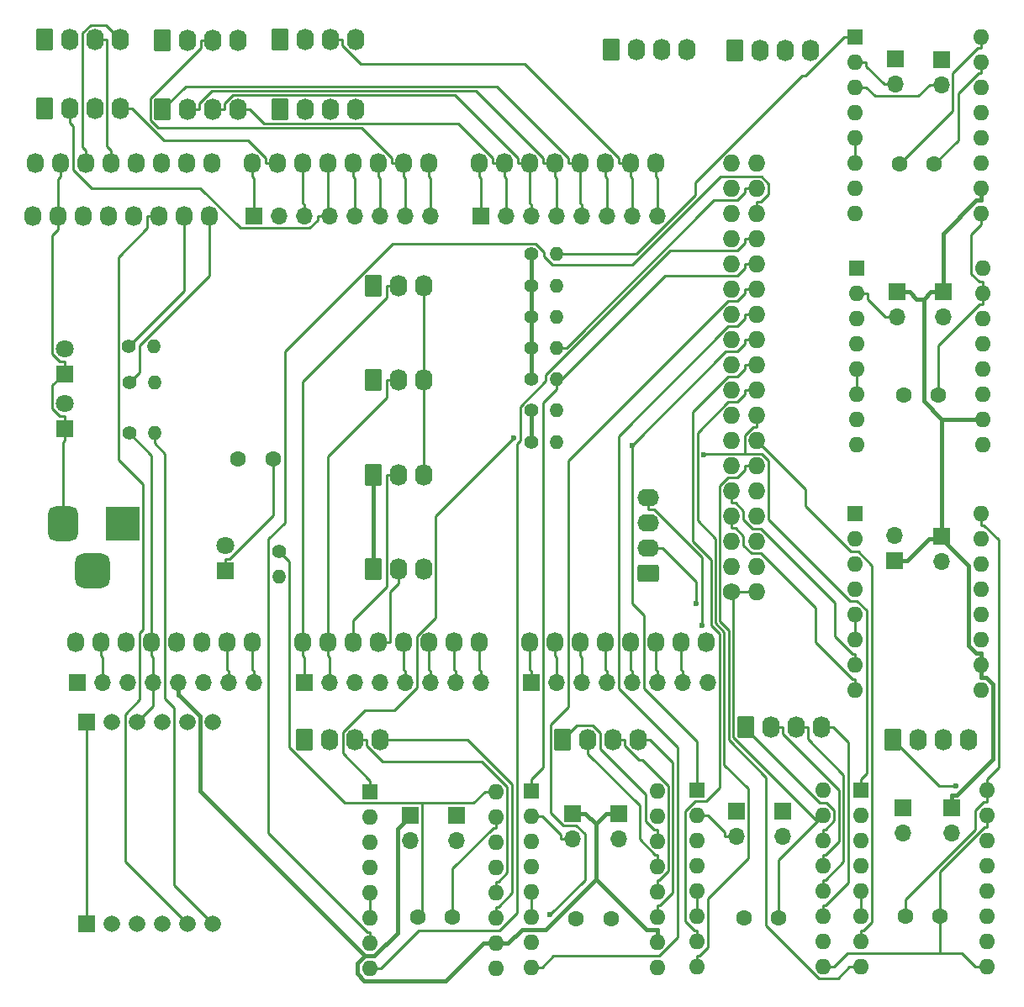
<source format=gbr>
G04 #@! TF.GenerationSoftware,KiCad,Pcbnew,7.0.9*
G04 #@! TF.CreationDate,2023-11-27T11:41:03+10:00*
G04 #@! TF.ProjectId,Front Console Output,46726f6e-7420-4436-9f6e-736f6c65204f,rev?*
G04 #@! TF.SameCoordinates,Original*
G04 #@! TF.FileFunction,Copper,L2,Bot*
G04 #@! TF.FilePolarity,Positive*
%FSLAX46Y46*%
G04 Gerber Fmt 4.6, Leading zero omitted, Abs format (unit mm)*
G04 Created by KiCad (PCBNEW 7.0.9) date 2023-11-27 11:41:03*
%MOMM*%
%LPD*%
G01*
G04 APERTURE LIST*
G04 Aperture macros list*
%AMRoundRect*
0 Rectangle with rounded corners*
0 $1 Rounding radius*
0 $2 $3 $4 $5 $6 $7 $8 $9 X,Y pos of 4 corners*
0 Add a 4 corners polygon primitive as box body*
4,1,4,$2,$3,$4,$5,$6,$7,$8,$9,$2,$3,0*
0 Add four circle primitives for the rounded corners*
1,1,$1+$1,$2,$3*
1,1,$1+$1,$4,$5*
1,1,$1+$1,$6,$7*
1,1,$1+$1,$8,$9*
0 Add four rect primitives between the rounded corners*
20,1,$1+$1,$2,$3,$4,$5,0*
20,1,$1+$1,$4,$5,$6,$7,0*
20,1,$1+$1,$6,$7,$8,$9,0*
20,1,$1+$1,$8,$9,$2,$3,0*%
G04 Aperture macros list end*
G04 #@! TA.AperFunction,ComponentPad*
%ADD10C,1.727200*%
G04 #@! TD*
G04 #@! TA.AperFunction,ComponentPad*
%ADD11O,1.727200X1.727200*%
G04 #@! TD*
G04 #@! TA.AperFunction,ComponentPad*
%ADD12O,1.727200X2.032000*%
G04 #@! TD*
G04 #@! TA.AperFunction,ComponentPad*
%ADD13R,1.800000X1.800000*%
G04 #@! TD*
G04 #@! TA.AperFunction,ComponentPad*
%ADD14C,1.800000*%
G04 #@! TD*
G04 #@! TA.AperFunction,ComponentPad*
%ADD15C,1.400000*%
G04 #@! TD*
G04 #@! TA.AperFunction,ComponentPad*
%ADD16O,1.400000X1.400000*%
G04 #@! TD*
G04 #@! TA.AperFunction,ComponentPad*
%ADD17R,1.700000X1.700000*%
G04 #@! TD*
G04 #@! TA.AperFunction,ComponentPad*
%ADD18O,1.700000X1.700000*%
G04 #@! TD*
G04 #@! TA.AperFunction,ComponentPad*
%ADD19RoundRect,0.250000X-0.620000X-0.845000X0.620000X-0.845000X0.620000X0.845000X-0.620000X0.845000X0*%
G04 #@! TD*
G04 #@! TA.AperFunction,ComponentPad*
%ADD20O,1.740000X2.190000*%
G04 #@! TD*
G04 #@! TA.AperFunction,ComponentPad*
%ADD21C,1.600000*%
G04 #@! TD*
G04 #@! TA.AperFunction,ComponentPad*
%ADD22R,1.600000X1.600000*%
G04 #@! TD*
G04 #@! TA.AperFunction,ComponentPad*
%ADD23O,1.600000X1.600000*%
G04 #@! TD*
G04 #@! TA.AperFunction,ComponentPad*
%ADD24R,3.500000X3.500000*%
G04 #@! TD*
G04 #@! TA.AperFunction,ComponentPad*
%ADD25RoundRect,0.750000X-0.750000X-1.000000X0.750000X-1.000000X0.750000X1.000000X-0.750000X1.000000X0*%
G04 #@! TD*
G04 #@! TA.AperFunction,ComponentPad*
%ADD26RoundRect,0.875000X-0.875000X-0.875000X0.875000X-0.875000X0.875000X0.875000X-0.875000X0.875000X0*%
G04 #@! TD*
G04 #@! TA.AperFunction,ComponentPad*
%ADD27R,1.665000X1.665000*%
G04 #@! TD*
G04 #@! TA.AperFunction,ComponentPad*
%ADD28C,1.665000*%
G04 #@! TD*
G04 #@! TA.AperFunction,ComponentPad*
%ADD29RoundRect,0.250000X0.845000X-0.620000X0.845000X0.620000X-0.845000X0.620000X-0.845000X-0.620000X0*%
G04 #@! TD*
G04 #@! TA.AperFunction,ComponentPad*
%ADD30O,2.190000X1.740000*%
G04 #@! TD*
G04 #@! TA.AperFunction,ViaPad*
%ADD31C,0.600000*%
G04 #@! TD*
G04 #@! TA.AperFunction,Conductor*
%ADD32C,0.250000*%
G04 #@! TD*
G04 #@! TA.AperFunction,Conductor*
%ADD33C,0.450000*%
G04 #@! TD*
G04 APERTURE END LIST*
D10*
X197358000Y-114046000D03*
D11*
X199898000Y-114046000D03*
X197358000Y-111506000D03*
X199898000Y-111506000D03*
X197358000Y-108966000D03*
X199898000Y-108966000D03*
X197358000Y-106426000D03*
X199898000Y-106426000D03*
X197358000Y-103886000D03*
X199898000Y-103886000D03*
X197358000Y-101346000D03*
X199898000Y-101346000D03*
X197358000Y-98806000D03*
X199898000Y-98806000D03*
X197358000Y-96266000D03*
X199898000Y-96266000D03*
X197358000Y-93726000D03*
X199898000Y-93726000D03*
X197358000Y-91186000D03*
X199898000Y-91186000D03*
X197358000Y-88646000D03*
X199898000Y-88646000D03*
X197358000Y-86106000D03*
X199898000Y-86106000D03*
X197358000Y-83566000D03*
X199898000Y-83566000D03*
X197358000Y-81026000D03*
X199898000Y-81026000D03*
X197358000Y-78486000D03*
X199898000Y-78486000D03*
X197358000Y-75946000D03*
X199898000Y-75946000D03*
X197358000Y-73406000D03*
X199898000Y-73406000D03*
X197358000Y-70866000D03*
X199898000Y-70866000D03*
D12*
X131318000Y-119126000D03*
X133858000Y-119126000D03*
X136398000Y-119126000D03*
X138938000Y-119126000D03*
X141478000Y-119126000D03*
X144018000Y-119126000D03*
X146558000Y-119126000D03*
X149098000Y-119126000D03*
X177038000Y-119126000D03*
X179578000Y-119126000D03*
X182118000Y-119126000D03*
X184658000Y-119126000D03*
X187198000Y-119126000D03*
X189738000Y-119126000D03*
X192278000Y-119126000D03*
X194818000Y-119126000D03*
X127254000Y-70866000D03*
X129794000Y-70866000D03*
X132334000Y-70866000D03*
X134874000Y-70866000D03*
X137414000Y-70866000D03*
X139954000Y-70866000D03*
X142494000Y-70866000D03*
X145034000Y-70866000D03*
X149098000Y-70866000D03*
X151638000Y-70866000D03*
X154178000Y-70866000D03*
X156718000Y-70866000D03*
X159258000Y-70866000D03*
X161798000Y-70866000D03*
X164338000Y-70866000D03*
X166878000Y-70866000D03*
X171958000Y-70866000D03*
X174498000Y-70866000D03*
X177038000Y-70866000D03*
X179578000Y-70866000D03*
X182118000Y-70866000D03*
X184658000Y-70866000D03*
X187198000Y-70866000D03*
X189738000Y-70866000D03*
D13*
X130175000Y-92080000D03*
D14*
X130175000Y-89540000D03*
D13*
X130175000Y-97580000D03*
D14*
X130175000Y-95040000D03*
D15*
X136660000Y-89270000D03*
D16*
X139200000Y-89270000D03*
D17*
X169650000Y-136545000D03*
D18*
X169650000Y-139085000D03*
D13*
X146350000Y-111925000D03*
D14*
X146350000Y-109385000D03*
D15*
X177165000Y-86310000D03*
D16*
X179705000Y-86310000D03*
D17*
X202510000Y-136100000D03*
D18*
X202510000Y-138640000D03*
D17*
X172085000Y-76200000D03*
D18*
X174625000Y-76200000D03*
X177165000Y-76200000D03*
X179705000Y-76200000D03*
X182245000Y-76200000D03*
X184785000Y-76200000D03*
X187325000Y-76200000D03*
X189865000Y-76200000D03*
D17*
X186010000Y-136365000D03*
D18*
X186010000Y-138905000D03*
D19*
X161290000Y-92710000D03*
D20*
X163830000Y-92710000D03*
X166370000Y-92710000D03*
D17*
X214610000Y-135780000D03*
D18*
X214610000Y-138320000D03*
D19*
X161290000Y-83185000D03*
D20*
X163830000Y-83185000D03*
X166370000Y-83185000D03*
D21*
X181700000Y-146920000D03*
X185200000Y-146920000D03*
D19*
X213580000Y-128905000D03*
D20*
X216120000Y-128905000D03*
X218660000Y-128905000D03*
X221200000Y-128905000D03*
D17*
X149225000Y-76200000D03*
D18*
X151765000Y-76200000D03*
X154305000Y-76200000D03*
X156845000Y-76200000D03*
X159385000Y-76200000D03*
X161925000Y-76200000D03*
X164465000Y-76200000D03*
X167005000Y-76200000D03*
D15*
X177165000Y-89460000D03*
D16*
X179705000Y-89460000D03*
D17*
X181360000Y-136365000D03*
D18*
X181360000Y-138905000D03*
D19*
X140020000Y-65440000D03*
D20*
X142560000Y-65440000D03*
X145100000Y-65440000D03*
X147640000Y-65440000D03*
D17*
X154305000Y-123190000D03*
D18*
X156845000Y-123190000D03*
X159385000Y-123190000D03*
X161925000Y-123190000D03*
X164465000Y-123190000D03*
X167005000Y-123190000D03*
X169545000Y-123190000D03*
X172085000Y-123190000D03*
D19*
X151880000Y-58420000D03*
D20*
X154420000Y-58420000D03*
X156960000Y-58420000D03*
X159500000Y-58420000D03*
D15*
X177165000Y-95760000D03*
D16*
X179705000Y-95760000D03*
D17*
X218530000Y-108390000D03*
D18*
X218530000Y-110930000D03*
D15*
X177165000Y-92610000D03*
D16*
X179705000Y-92610000D03*
D22*
X210340000Y-134020000D03*
D23*
X210340000Y-136560000D03*
X210340000Y-139100000D03*
X210340000Y-141640000D03*
X210340000Y-144180000D03*
X210340000Y-146720000D03*
X210340000Y-149260000D03*
X210340000Y-151800000D03*
X223040000Y-151800000D03*
X223040000Y-149260000D03*
X223040000Y-146720000D03*
X223040000Y-144180000D03*
X223040000Y-141640000D03*
X223040000Y-139100000D03*
X223040000Y-136560000D03*
X223040000Y-134020000D03*
D17*
X218670000Y-83825000D03*
D18*
X218670000Y-86365000D03*
D22*
X209920000Y-81400000D03*
D23*
X209920000Y-83940000D03*
X209920000Y-86480000D03*
X209920000Y-89020000D03*
X209920000Y-91560000D03*
X209920000Y-94100000D03*
X209920000Y-96640000D03*
X209920000Y-99180000D03*
X222620000Y-99180000D03*
X222620000Y-96640000D03*
X222620000Y-94100000D03*
X222620000Y-91560000D03*
X222620000Y-89020000D03*
X222620000Y-86480000D03*
X222620000Y-83940000D03*
X222620000Y-81400000D03*
D19*
X180340000Y-128925000D03*
D20*
X182880000Y-128925000D03*
X185420000Y-128925000D03*
X187960000Y-128925000D03*
D21*
X165750000Y-146770000D03*
X169250000Y-146770000D03*
D15*
X136690000Y-92965000D03*
D16*
X139230000Y-92965000D03*
D17*
X165000000Y-136545000D03*
D18*
X165000000Y-139085000D03*
D15*
X151750000Y-109960000D03*
D16*
X151750000Y-112500000D03*
D19*
X161290000Y-102235000D03*
D20*
X163830000Y-102235000D03*
X166370000Y-102235000D03*
D17*
X219540000Y-135780000D03*
D18*
X219540000Y-138320000D03*
D21*
X214280000Y-70930000D03*
X217780000Y-70930000D03*
D12*
X154178000Y-119126000D03*
X156718000Y-119126000D03*
X159258000Y-119126000D03*
X161798000Y-119126000D03*
X164338000Y-119126000D03*
X166878000Y-119126000D03*
X169418000Y-119126000D03*
X171958000Y-119126000D03*
D19*
X151870000Y-65440000D03*
D20*
X154410000Y-65440000D03*
X156950000Y-65440000D03*
X159490000Y-65440000D03*
D22*
X209770000Y-58120000D03*
D23*
X209770000Y-60660000D03*
X209770000Y-63200000D03*
X209770000Y-65740000D03*
X209770000Y-68280000D03*
X209770000Y-70820000D03*
X209770000Y-73360000D03*
X209770000Y-75900000D03*
X222470000Y-75900000D03*
X222470000Y-73360000D03*
X222470000Y-70820000D03*
X222470000Y-68280000D03*
X222470000Y-65740000D03*
X222470000Y-63200000D03*
X222470000Y-60660000D03*
X222470000Y-58120000D03*
D22*
X177160000Y-134040000D03*
D23*
X177160000Y-136580000D03*
X177160000Y-139120000D03*
X177160000Y-141660000D03*
X177160000Y-144200000D03*
X177160000Y-146740000D03*
X177160000Y-149280000D03*
X177160000Y-151820000D03*
X189860000Y-151820000D03*
X189860000Y-149280000D03*
X189860000Y-146740000D03*
X189860000Y-144200000D03*
X189860000Y-141660000D03*
X189860000Y-139120000D03*
X189860000Y-136580000D03*
X189860000Y-134040000D03*
D17*
X213890000Y-60370000D03*
D18*
X213890000Y-62910000D03*
D24*
X136025000Y-107184500D03*
D25*
X130025000Y-107184500D03*
D26*
X133025000Y-111884500D03*
D15*
X177165000Y-80010000D03*
D16*
X179705000Y-80010000D03*
D15*
X177165000Y-83160000D03*
D16*
X179705000Y-83160000D03*
D21*
X198570000Y-146840000D03*
X202070000Y-146840000D03*
D22*
X160920000Y-134150000D03*
D23*
X160920000Y-136690000D03*
X160920000Y-139230000D03*
X160920000Y-141770000D03*
X160920000Y-144310000D03*
X160920000Y-146850000D03*
X160920000Y-149390000D03*
X160920000Y-151930000D03*
X173620000Y-151930000D03*
X173620000Y-149390000D03*
X173620000Y-146850000D03*
X173620000Y-144310000D03*
X173620000Y-141770000D03*
X173620000Y-139230000D03*
X173620000Y-136690000D03*
X173620000Y-134150000D03*
D15*
X177165000Y-98910000D03*
D16*
X179705000Y-98910000D03*
D19*
X128190000Y-65360000D03*
D20*
X130730000Y-65360000D03*
X133270000Y-65360000D03*
X135810000Y-65360000D03*
D19*
X198755000Y-127635000D03*
D20*
X201295000Y-127635000D03*
X203835000Y-127635000D03*
X206375000Y-127635000D03*
D27*
X132380000Y-147480000D03*
D28*
X134920000Y-147480000D03*
X137460000Y-147480000D03*
X140000000Y-147480000D03*
X142540000Y-147480000D03*
X145080000Y-147480000D03*
D27*
X132380000Y-127160000D03*
D28*
X134920000Y-127160000D03*
X137460000Y-127160000D03*
X140000000Y-127160000D03*
X142540000Y-127160000D03*
X145080000Y-127160000D03*
D19*
X154305000Y-128905000D03*
D20*
X156845000Y-128905000D03*
X159385000Y-128905000D03*
X161925000Y-128905000D03*
D22*
X193860000Y-133990000D03*
D23*
X193860000Y-136530000D03*
X193860000Y-139070000D03*
X193860000Y-141610000D03*
X193860000Y-144150000D03*
X193860000Y-146690000D03*
X193860000Y-149230000D03*
X193860000Y-151770000D03*
X206560000Y-151770000D03*
X206560000Y-149230000D03*
X206560000Y-146690000D03*
X206560000Y-144150000D03*
X206560000Y-141610000D03*
X206560000Y-139070000D03*
X206560000Y-136530000D03*
X206560000Y-133990000D03*
D17*
X197860000Y-136100000D03*
D18*
X197860000Y-138640000D03*
D22*
X209760000Y-106160000D03*
D23*
X209760000Y-108700000D03*
X209760000Y-111240000D03*
X209760000Y-113780000D03*
X209760000Y-116320000D03*
X209760000Y-118860000D03*
X209760000Y-121400000D03*
X209760000Y-123940000D03*
X222460000Y-123940000D03*
X222460000Y-121400000D03*
X222460000Y-118860000D03*
X222460000Y-116320000D03*
X222460000Y-113780000D03*
X222460000Y-111240000D03*
X222460000Y-108700000D03*
X222460000Y-106160000D03*
D19*
X139990000Y-58460000D03*
D20*
X142530000Y-58460000D03*
X145070000Y-58460000D03*
X147610000Y-58460000D03*
D19*
X161290000Y-111760000D03*
D20*
X163830000Y-111760000D03*
X166370000Y-111760000D03*
D21*
X147670000Y-100640000D03*
X151170000Y-100640000D03*
D15*
X136690000Y-98045000D03*
D16*
X139230000Y-98045000D03*
D12*
X127000000Y-76200000D03*
X129540000Y-76200000D03*
X132080000Y-76200000D03*
X134620000Y-76200000D03*
X137160000Y-76200000D03*
X139700000Y-76200000D03*
X142240000Y-76200000D03*
X144780000Y-76200000D03*
D17*
X177165000Y-123190000D03*
D18*
X179705000Y-123190000D03*
X182245000Y-123190000D03*
X184785000Y-123190000D03*
X187325000Y-123190000D03*
X189865000Y-123190000D03*
X192405000Y-123190000D03*
X194945000Y-123190000D03*
D19*
X128190000Y-58420000D03*
D20*
X130730000Y-58420000D03*
X133270000Y-58420000D03*
X135810000Y-58420000D03*
D21*
X214680000Y-94220000D03*
X218180000Y-94220000D03*
D19*
X197660000Y-59510000D03*
D20*
X200200000Y-59510000D03*
X202740000Y-59510000D03*
X205280000Y-59510000D03*
D17*
X213800000Y-110870000D03*
D18*
X213800000Y-108330000D03*
D17*
X214020000Y-83825000D03*
D18*
X214020000Y-86365000D03*
D21*
X214870000Y-146720000D03*
X218370000Y-146720000D03*
D19*
X185210000Y-59410000D03*
D20*
X187750000Y-59410000D03*
X190290000Y-59410000D03*
X192830000Y-59410000D03*
D17*
X218470000Y-60380000D03*
D18*
X218470000Y-62920000D03*
D29*
X188950000Y-112140000D03*
D30*
X188950000Y-109600000D03*
X188950000Y-107060000D03*
X188950000Y-104520000D03*
D17*
X131445000Y-123190000D03*
D18*
X133985000Y-123190000D03*
X136525000Y-123190000D03*
X139065000Y-123190000D03*
X141605000Y-123190000D03*
X144145000Y-123190000D03*
X146685000Y-123190000D03*
X149225000Y-123190000D03*
D31*
X193789500Y-115242400D03*
X194414900Y-117403500D03*
X175446100Y-98516100D03*
X219935700Y-133588900D03*
X179065200Y-146540300D03*
X187345700Y-99250100D03*
X194536400Y-100211400D03*
D32*
X166370000Y-83185000D02*
X166370000Y-92710000D01*
X209052900Y-150402400D02*
X218370000Y-150402400D01*
X222470000Y-60660000D02*
X222470000Y-61785300D01*
X223040000Y-151800000D02*
X221914700Y-151800000D01*
X222240900Y-61785300D02*
X220190100Y-63836100D01*
X129715400Y-96354700D02*
X130175000Y-96354700D01*
X218370000Y-150402400D02*
X220517100Y-150402400D01*
X130175000Y-90854700D02*
X129715500Y-90854700D01*
X173338600Y-137815300D02*
X169250000Y-141903900D01*
X146685000Y-123190000D02*
X146685000Y-122014700D01*
X218180000Y-89223900D02*
X222338600Y-85065300D01*
X220190100Y-63836100D02*
X220190100Y-68519900D01*
X128944300Y-90083500D02*
X128944300Y-78137000D01*
X130025000Y-107184500D02*
X130025000Y-98955300D01*
X128949700Y-93218700D02*
X128949700Y-95589000D01*
X130175000Y-91517100D02*
X130175000Y-90854700D01*
X173620000Y-137815300D02*
X173338600Y-137815300D01*
X166370000Y-102235000D02*
X166370000Y-92710000D01*
X197519800Y-114207800D02*
X197358000Y-114046000D01*
X173620000Y-136690000D02*
X173620000Y-137815300D01*
X130175000Y-97580000D02*
X130175000Y-98805300D01*
X202070000Y-146840000D02*
X202070000Y-141020000D01*
X146809500Y-110699700D02*
X151170000Y-106339200D01*
X151170000Y-106339200D02*
X151170000Y-100640000D01*
X129540000Y-72461300D02*
X129540000Y-76200000D01*
X132380000Y-147480000D02*
X132380000Y-127160000D01*
X222338600Y-82814700D02*
X222620000Y-82814700D01*
X218370000Y-146720000D02*
X218370000Y-142170500D01*
X207685300Y-151770000D02*
X209052900Y-150402400D01*
X197519800Y-128704400D02*
X197519800Y-114207800D01*
X218180000Y-94220000D02*
X218180000Y-89223900D01*
X221494700Y-78000600D02*
X221494700Y-81970800D01*
X220190100Y-68519900D02*
X217780000Y-70930000D01*
X220517100Y-150402400D02*
X221914700Y-151800000D01*
X130175000Y-91517100D02*
X130175000Y-91993400D01*
X130175000Y-97580000D02*
X130175000Y-96354700D01*
X129715500Y-90854700D02*
X128944300Y-90083500D01*
X205952700Y-137137300D02*
X197519800Y-128704400D01*
X197358000Y-114046000D02*
X199898000Y-114046000D01*
X221494700Y-81970800D02*
X222338600Y-82814700D01*
X128949700Y-95589000D02*
X129715400Y-96354700D01*
X223040000Y-136560000D02*
X223040000Y-137685300D01*
X222470000Y-77025300D02*
X221494700Y-78000600D01*
X146350000Y-110699700D02*
X146809500Y-110699700D01*
X222855200Y-137685300D02*
X223040000Y-137685300D01*
X128944300Y-78137000D02*
X129540000Y-77541300D01*
X129794000Y-70866000D02*
X129794000Y-72207300D01*
X206560000Y-151770000D02*
X207685300Y-151770000D01*
X218370000Y-142170500D02*
X222855200Y-137685300D01*
X222338600Y-85065300D02*
X222620000Y-85065300D01*
X169250000Y-141903900D02*
X169250000Y-146770000D01*
X129540000Y-76200000D02*
X129540000Y-77541300D01*
X146350000Y-111925000D02*
X146350000Y-110699700D01*
X146685000Y-122014700D02*
X146558000Y-121887700D01*
X205952700Y-137137300D02*
X206560000Y-136530000D01*
X218370000Y-150402400D02*
X218370000Y-146720000D01*
X222470000Y-75900000D02*
X222470000Y-77025300D01*
X130025000Y-98955300D02*
X130175000Y-98805300D01*
X129794000Y-72207300D02*
X129540000Y-72461300D01*
X130175000Y-91993400D02*
X128949700Y-93218700D01*
X146558000Y-121887700D02*
X146558000Y-119126000D01*
X130175000Y-92080000D02*
X130175000Y-91993400D01*
X222470000Y-61785300D02*
X222240900Y-61785300D01*
X222620000Y-83940000D02*
X222620000Y-85065300D01*
X222620000Y-83940000D02*
X222620000Y-82814700D01*
X202070000Y-141020000D02*
X205952700Y-137137300D01*
X209760000Y-118860000D02*
X209760000Y-116320000D01*
D33*
X184734700Y-136365000D02*
X183685000Y-137414700D01*
X217394700Y-83825000D02*
X216685900Y-84533800D01*
X216685900Y-84533800D02*
X216685900Y-94795900D01*
X222460000Y-120174700D02*
X222000400Y-120174700D01*
X218530000Y-108689100D02*
X217256200Y-108689100D01*
X177165000Y-83160000D02*
X177165000Y-80010000D01*
X189860000Y-149280000D02*
X189860000Y-148054700D01*
X177165000Y-98910000D02*
X177165000Y-95760000D01*
X176225300Y-148010000D02*
X174845300Y-149390000D01*
X168584300Y-153200400D02*
X160376100Y-153200400D01*
X161388500Y-150660000D02*
X160431400Y-150660000D01*
X216004100Y-84533800D02*
X215295300Y-83825000D01*
X186010000Y-136365000D02*
X184734700Y-136365000D01*
X177165000Y-86310000D02*
X177165000Y-89460000D01*
X177165000Y-86310000D02*
X177165000Y-83160000D01*
X218530000Y-108689100D02*
X218530000Y-108390000D01*
X217256200Y-108689100D02*
X215075300Y-110870000D01*
X220045800Y-134504700D02*
X223712900Y-130837600D01*
X141605000Y-123190000D02*
X141605000Y-124465300D01*
X159647000Y-152471300D02*
X159647000Y-151444400D01*
X160431400Y-150660000D02*
X143822100Y-134050700D01*
X183685000Y-142990100D02*
X183685000Y-137414700D01*
X159647000Y-151444400D02*
X160431400Y-150660000D01*
X219540000Y-134504700D02*
X220045800Y-134504700D01*
X178665100Y-148010000D02*
X176225300Y-148010000D01*
X216685900Y-94795900D02*
X218530000Y-96640000D01*
X222967800Y-122625300D02*
X222460000Y-122625300D01*
X160376100Y-153200400D02*
X159647000Y-152471300D01*
X222470000Y-73360000D02*
X222470000Y-74585300D01*
X183685000Y-142990100D02*
X178665100Y-148010000D01*
X222470000Y-74585300D02*
X222010500Y-74585300D01*
X143822100Y-126550300D02*
X141737100Y-124465300D01*
X141737100Y-124465300D02*
X141605000Y-124465300D01*
X161290000Y-111760000D02*
X161290000Y-102235000D01*
X214020000Y-83825000D02*
X215295300Y-83825000D01*
X222460000Y-121400000D02*
X222460000Y-120174700D01*
X218530000Y-96640000D02*
X218530000Y-108390000D01*
X216685900Y-84533800D02*
X216004100Y-84533800D01*
X218670000Y-77925800D02*
X218670000Y-83825000D01*
X221234700Y-111393800D02*
X218530000Y-108689100D01*
X183685000Y-137414700D02*
X182635300Y-136365000D01*
X172394700Y-149390000D02*
X168584300Y-153200400D01*
X213800000Y-110870000D02*
X215075300Y-110870000D01*
X173620000Y-149390000D02*
X174845300Y-149390000D01*
X222000400Y-120174700D02*
X221234700Y-119409000D01*
X143822100Y-134050700D02*
X143822100Y-126550300D01*
X177165000Y-89460000D02*
X177165000Y-92610000D01*
X222010500Y-74585300D02*
X218670000Y-77925800D01*
X223712900Y-130837600D02*
X223712900Y-123370400D01*
X218670000Y-83825000D02*
X217394700Y-83825000D01*
X163694500Y-137850500D02*
X163694500Y-148354000D01*
X221234700Y-119409000D02*
X221234700Y-111393800D01*
X173620000Y-149390000D02*
X172394700Y-149390000D01*
X165000000Y-136545000D02*
X163694500Y-137850500D01*
X188749600Y-148054700D02*
X183685000Y-142990100D01*
X181360000Y-136365000D02*
X182635300Y-136365000D01*
X218530000Y-96640000D02*
X222620000Y-96640000D01*
X222460000Y-121400000D02*
X222460000Y-122625300D01*
X219540000Y-135780000D02*
X219540000Y-134504700D01*
X223712900Y-123370400D02*
X222967800Y-122625300D01*
X163694500Y-148354000D02*
X161388500Y-150660000D01*
X189860000Y-148054700D02*
X188749600Y-148054700D01*
D32*
X209770000Y-70820000D02*
X209770000Y-68280000D01*
X149098000Y-72207300D02*
X149225000Y-72334300D01*
X149225000Y-72334300D02*
X149225000Y-76200000D01*
X149098000Y-70866000D02*
X149098000Y-72207300D01*
X133985000Y-123190000D02*
X133985000Y-120594300D01*
X133985000Y-120594300D02*
X133858000Y-120467300D01*
X133858000Y-119126000D02*
X133858000Y-120467300D01*
X139065000Y-123190000D02*
X139065000Y-120594300D01*
X137460000Y-127160000D02*
X139065000Y-125555000D01*
X138938000Y-119126000D02*
X138938000Y-120467300D01*
X138938000Y-100293000D02*
X136690000Y-98045000D01*
X138938000Y-119126000D02*
X138938000Y-100293000D01*
X139065000Y-125555000D02*
X139065000Y-123190000D01*
X139065000Y-120594300D02*
X138938000Y-120467300D01*
X134874000Y-70866000D02*
X134874000Y-69524700D01*
X134465300Y-58420000D02*
X134465300Y-69116000D01*
X134465300Y-69116000D02*
X134874000Y-69524700D01*
X133270000Y-58420000D02*
X134465300Y-58420000D01*
X132792400Y-56929600D02*
X132000000Y-57722000D01*
X132334000Y-70866000D02*
X132334000Y-69524700D01*
X134319600Y-56929600D02*
X132792400Y-56929600D01*
X132000000Y-69190700D02*
X132334000Y-69524700D01*
X132000000Y-57722000D02*
X132000000Y-69190700D01*
X135810000Y-58420000D02*
X134319600Y-56929600D01*
X159385000Y-72334300D02*
X159258000Y-72207300D01*
X159258000Y-70866000D02*
X159258000Y-72207300D01*
X159385000Y-76200000D02*
X159385000Y-72334300D01*
X156718000Y-75739400D02*
X156718000Y-70866000D01*
X147869100Y-77375300D02*
X154861800Y-77375300D01*
X156845000Y-76200000D02*
X156257400Y-76200000D01*
X156257400Y-76200000D02*
X155669700Y-76200000D01*
X130730000Y-66780300D02*
X131064000Y-67114300D01*
X156257400Y-76200000D02*
X156718000Y-75739400D01*
X155669700Y-76567400D02*
X155669700Y-76200000D01*
X130730000Y-65360000D02*
X130730000Y-66780300D01*
X143867500Y-73373700D02*
X147869100Y-77375300D01*
X132938800Y-73373700D02*
X143867500Y-73373700D01*
X131064000Y-67114300D02*
X131064000Y-71498900D01*
X154861800Y-77375300D02*
X155669700Y-76567400D01*
X131064000Y-71498900D02*
X132938800Y-73373700D01*
X154178000Y-74897700D02*
X154178000Y-70866000D01*
X154305000Y-75024700D02*
X154178000Y-74897700D01*
X154305000Y-76200000D02*
X154305000Y-75024700D01*
X150449100Y-70345900D02*
X150449100Y-70866000D01*
X137005300Y-65360000D02*
X140227400Y-68582100D01*
X151638000Y-70866000D02*
X150449100Y-70866000D01*
X135810000Y-65360000D02*
X137005300Y-65360000D01*
X140227400Y-68582100D02*
X148685300Y-68582100D01*
X148685300Y-68582100D02*
X150449100Y-70345900D01*
X162634700Y-84380300D02*
X154178000Y-92837000D01*
X162634700Y-83185000D02*
X162634700Y-84380300D01*
X154178000Y-120467300D02*
X154305000Y-120594300D01*
X154178000Y-92837000D02*
X154178000Y-119126000D01*
X154305000Y-120594300D02*
X154305000Y-123190000D01*
X163830000Y-83185000D02*
X162634700Y-83185000D01*
X154178000Y-119126000D02*
X154178000Y-120467300D01*
X166878000Y-70866000D02*
X166878000Y-72207300D01*
X167005000Y-72334300D02*
X167005000Y-76200000D01*
X166878000Y-72207300D02*
X167005000Y-72334300D01*
X161798000Y-70866000D02*
X161798000Y-72207300D01*
X161798000Y-72207300D02*
X161925000Y-72334300D01*
X161925000Y-72334300D02*
X161925000Y-76200000D01*
X179578000Y-72207300D02*
X179705000Y-72334300D01*
X179578000Y-70866000D02*
X178389100Y-70866000D01*
X143755300Y-65440000D02*
X143755300Y-64842300D01*
X179578000Y-70866000D02*
X179578000Y-72207300D01*
X142560000Y-65440000D02*
X143755300Y-65440000D01*
X145037900Y-63559700D02*
X171602900Y-63559700D01*
X171602900Y-63559700D02*
X178389100Y-70345900D01*
X143755300Y-64842300D02*
X145037900Y-63559700D01*
X178389100Y-70345900D02*
X178389100Y-70866000D01*
X179705000Y-72334300D02*
X179705000Y-76200000D01*
X174625000Y-76200000D02*
X174625000Y-72334300D01*
X174625000Y-72334300D02*
X174498000Y-72207300D01*
X174498000Y-70866000D02*
X173309100Y-70866000D01*
X150256600Y-66861300D02*
X169824500Y-66861300D01*
X148835300Y-65440000D02*
X150256600Y-66861300D01*
X173309100Y-70345900D02*
X173309100Y-70866000D01*
X174498000Y-70866000D02*
X174498000Y-72207300D01*
X169824500Y-66861300D02*
X173309100Y-70345900D01*
X147640000Y-65440000D02*
X148835300Y-65440000D01*
X189738000Y-70866000D02*
X189738000Y-72207300D01*
X189865000Y-72334300D02*
X189865000Y-76200000D01*
X189738000Y-72207300D02*
X189865000Y-72334300D01*
X159969000Y-60831300D02*
X176494500Y-60831300D01*
X187325000Y-72334300D02*
X187325000Y-76200000D01*
X158155300Y-59017600D02*
X159969000Y-60831300D01*
X186009100Y-70345900D02*
X186009100Y-70866000D01*
X158155300Y-58420000D02*
X158155300Y-59017600D01*
X187198000Y-72207300D02*
X187325000Y-72334300D01*
X176494500Y-60831300D02*
X186009100Y-70345900D01*
X187198000Y-70866000D02*
X186009100Y-70866000D01*
X187198000Y-70866000D02*
X187198000Y-72207300D01*
X156960000Y-58420000D02*
X158155300Y-58420000D01*
X184658000Y-72207300D02*
X184785000Y-72334300D01*
X184658000Y-70866000D02*
X184658000Y-72207300D01*
X184785000Y-72334300D02*
X184785000Y-76200000D01*
X156845000Y-123190000D02*
X156845000Y-120594300D01*
X156718000Y-100349000D02*
X162634700Y-94432300D01*
X156718000Y-119126000D02*
X156718000Y-100349000D01*
X162634700Y-94432300D02*
X162634700Y-92710000D01*
X163830000Y-92710000D02*
X162634700Y-92710000D01*
X156845000Y-120594300D02*
X156718000Y-120467300D01*
X156718000Y-119126000D02*
X156718000Y-120467300D01*
X162634700Y-113527600D02*
X159258000Y-116904300D01*
X162634700Y-102235000D02*
X162634700Y-113527600D01*
X163830000Y-102235000D02*
X162634700Y-102235000D01*
X159258000Y-116904300D02*
X159258000Y-119126000D01*
X163830000Y-113180300D02*
X162986900Y-114023400D01*
X163830000Y-111760000D02*
X163830000Y-113180300D01*
X162986900Y-114023400D02*
X162986900Y-119126000D01*
X161798000Y-119126000D02*
X162986900Y-119126000D01*
X145080000Y-147480000D02*
X141193100Y-143593100D01*
X141193100Y-125702600D02*
X140255300Y-124764800D01*
X140255300Y-124764800D02*
X140255300Y-100095600D01*
X141193100Y-143593100D02*
X141193100Y-125702600D01*
X140255300Y-100095600D02*
X139230000Y-99070300D01*
X139230000Y-98045000D02*
X139230000Y-99070300D01*
X224263300Y-131671400D02*
X223040000Y-132894700D01*
X222460000Y-106160000D02*
X222460000Y-107285300D01*
X224263300Y-108807300D02*
X224263300Y-131671400D01*
X222470000Y-58120000D02*
X222470000Y-59245300D01*
X223040000Y-134020000D02*
X223040000Y-132894700D01*
X152776800Y-110986800D02*
X152776800Y-129673600D01*
X221914700Y-137980900D02*
X221914700Y-135989200D01*
X222741300Y-107285300D02*
X224263300Y-108807300D01*
X166206700Y-135275400D02*
X171369300Y-135275400D01*
X173620000Y-134150000D02*
X172494700Y-134150000D01*
X222188700Y-59245300D02*
X222470000Y-59245300D01*
X214870000Y-146720000D02*
X214870000Y-145025600D01*
X219645400Y-65564600D02*
X219645400Y-61788600D01*
X219645400Y-61788600D02*
X222188700Y-59245300D01*
X151750000Y-109960000D02*
X152776800Y-110986800D01*
X222460000Y-107285300D02*
X222741300Y-107285300D01*
X214870000Y-145025600D02*
X221914700Y-137980900D01*
X158378600Y-135275400D02*
X166206700Y-135275400D01*
X214280000Y-70930000D02*
X219645400Y-65564600D01*
X223040000Y-134020000D02*
X223040000Y-135145300D01*
X152776800Y-129673600D02*
X158378600Y-135275400D01*
X166206700Y-146313300D02*
X165750000Y-146770000D01*
X166206700Y-135275400D02*
X166206700Y-146313300D01*
X222758600Y-135145300D02*
X223040000Y-135145300D01*
X221914700Y-135989200D02*
X222758600Y-135145300D01*
X171369300Y-135275400D02*
X172494700Y-134150000D01*
X188950000Y-109600000D02*
X190370300Y-109600000D01*
X193789500Y-113019200D02*
X193789500Y-115242400D01*
X190370300Y-109600000D02*
X193789500Y-113019200D01*
X189547600Y-105715300D02*
X194414900Y-110582600D01*
X188950000Y-105715300D02*
X189547600Y-105715300D01*
X188950000Y-104520000D02*
X188950000Y-105715300D01*
X194414900Y-110582600D02*
X194414900Y-117403500D01*
X142240000Y-76200000D02*
X142240000Y-83690000D01*
X142240000Y-83690000D02*
X136660000Y-89270000D01*
X137770700Y-91884300D02*
X137770700Y-89216200D01*
X137770700Y-89216200D02*
X144780000Y-82206900D01*
X144780000Y-82206900D02*
X144780000Y-76200000D01*
X136690000Y-92965000D02*
X137770700Y-91884300D01*
X164465000Y-122014700D02*
X164338000Y-121887700D01*
X164338000Y-121887700D02*
X164338000Y-119126000D01*
X164465000Y-123190000D02*
X164465000Y-122014700D01*
X166878000Y-121887700D02*
X166878000Y-119126000D01*
X167005000Y-122014700D02*
X166878000Y-121887700D01*
X167005000Y-123190000D02*
X167005000Y-122014700D01*
X138511100Y-77388900D02*
X138511100Y-76200000D01*
X135583800Y-100691900D02*
X135583800Y-80316200D01*
X138100400Y-103208500D02*
X135583800Y-100691900D01*
X136258500Y-126347400D02*
X137748900Y-124857000D01*
X135583800Y-80316200D02*
X138511100Y-77388900D01*
X139700000Y-76200000D02*
X138511100Y-76200000D01*
X137748900Y-118136100D02*
X138100400Y-117784600D01*
X137748900Y-124857000D02*
X137748900Y-118136100D01*
X138100400Y-117784600D02*
X138100400Y-103208500D01*
X136258500Y-141198500D02*
X136258500Y-126347400D01*
X142540000Y-147480000D02*
X136258500Y-141198500D01*
X169545000Y-123190000D02*
X169545000Y-122014700D01*
X169418000Y-121887700D02*
X169418000Y-119126000D01*
X169545000Y-122014700D02*
X169418000Y-121887700D01*
X171958000Y-70866000D02*
X171958000Y-72207300D01*
X171958000Y-72207300D02*
X172085000Y-72334300D01*
X172085000Y-72334300D02*
X172085000Y-76200000D01*
X171958000Y-121887700D02*
X171958000Y-119126000D01*
X172085000Y-123190000D02*
X172085000Y-122014700D01*
X172085000Y-122014700D02*
X171958000Y-121887700D01*
X145070000Y-58460000D02*
X143874700Y-58460000D01*
X164338000Y-70866000D02*
X164338000Y-72207300D01*
X139593900Y-67311700D02*
X160114900Y-67311700D01*
X160114900Y-67311700D02*
X163149100Y-70345900D01*
X143874700Y-58460000D02*
X143874700Y-59200500D01*
X163149100Y-70345900D02*
X163149100Y-70866000D01*
X138793400Y-64281800D02*
X138793400Y-66511200D01*
X164465000Y-76200000D02*
X164465000Y-72334300D01*
X138793400Y-66511200D02*
X139593900Y-67311700D01*
X164465000Y-72334300D02*
X164338000Y-72207300D01*
X143874700Y-59200500D02*
X138793400Y-64281800D01*
X164338000Y-70866000D02*
X163149100Y-70866000D01*
X177165000Y-123190000D02*
X177165000Y-122014700D01*
X177038000Y-121887700D02*
X177038000Y-119126000D01*
X177165000Y-122014700D02*
X177038000Y-121887700D01*
X182245000Y-75024700D02*
X182118000Y-74897700D01*
X180929100Y-70345900D02*
X180929100Y-70866000D01*
X142350700Y-63109300D02*
X173692500Y-63109300D01*
X182245000Y-76200000D02*
X182245000Y-75024700D01*
X140020000Y-65440000D02*
X142350700Y-63109300D01*
X182118000Y-70866000D02*
X180929100Y-70866000D01*
X173692500Y-63109300D02*
X180929100Y-70345900D01*
X182118000Y-74897700D02*
X182118000Y-70866000D01*
X179578000Y-119126000D02*
X179578000Y-120467300D01*
X179705000Y-120594300D02*
X179578000Y-120467300D01*
X179705000Y-123190000D02*
X179705000Y-120594300D01*
X146295300Y-65440000D02*
X146295300Y-64842400D01*
X177038000Y-74897700D02*
X177038000Y-70866000D01*
X175849100Y-70345900D02*
X175849100Y-70866000D01*
X177165000Y-75024700D02*
X177038000Y-74897700D01*
X169513300Y-64010100D02*
X175849100Y-70345900D01*
X146295300Y-64842400D02*
X147127600Y-64010100D01*
X145100000Y-65440000D02*
X146295300Y-65440000D01*
X177038000Y-70866000D02*
X175849100Y-70866000D01*
X177165000Y-76200000D02*
X177165000Y-75024700D01*
X147127600Y-64010100D02*
X169513300Y-64010100D01*
X182245000Y-123190000D02*
X182245000Y-122014700D01*
X182118000Y-119126000D02*
X182118000Y-120467300D01*
X182245000Y-122014700D02*
X182245000Y-120594300D01*
X182245000Y-120594300D02*
X182118000Y-120467300D01*
X209533400Y-120274700D02*
X207731600Y-118472900D01*
X209760000Y-120274700D02*
X209533400Y-120274700D01*
X207731600Y-115109000D02*
X200285900Y-107663300D01*
X197358000Y-103886000D02*
X197358000Y-105074900D01*
X197729600Y-105074900D02*
X197358000Y-105074900D01*
X198546900Y-105892200D02*
X197729600Y-105074900D01*
X198546900Y-106761700D02*
X198546900Y-105892200D01*
X209760000Y-121400000D02*
X209760000Y-120274700D01*
X199448500Y-107663300D02*
X198546900Y-106761700D01*
X207731600Y-118472900D02*
X207731600Y-115109000D01*
X200285900Y-107663300D02*
X199448500Y-107663300D01*
X197729600Y-107614900D02*
X197358000Y-107614900D01*
X197358000Y-106426000D02*
X197358000Y-107614900D01*
X205790300Y-119057200D02*
X205790300Y-115657100D01*
X209760000Y-123940000D02*
X209760000Y-122814700D01*
X209760000Y-122814700D02*
X209547800Y-122814700D01*
X200288200Y-110155000D02*
X199383700Y-110155000D01*
X198546900Y-108432200D02*
X197729600Y-107614900D01*
X205790300Y-115657100D02*
X200288200Y-110155000D01*
X198546900Y-109318200D02*
X198546900Y-108432200D01*
X199383700Y-110155000D02*
X198546900Y-109318200D01*
X209547800Y-122814700D02*
X205790300Y-119057200D01*
X184785000Y-123190000D02*
X184785000Y-122014700D01*
X184658000Y-121887700D02*
X184658000Y-119126000D01*
X184785000Y-122014700D02*
X184658000Y-121887700D01*
X187198000Y-121887700D02*
X187198000Y-119126000D01*
X187325000Y-122014700D02*
X187198000Y-121887700D01*
X187325000Y-123190000D02*
X187325000Y-122014700D01*
X189865000Y-122014700D02*
X189738000Y-121887700D01*
X189865000Y-123190000D02*
X189865000Y-122014700D01*
X189738000Y-121887700D02*
X189738000Y-119126000D01*
X210895300Y-60660000D02*
X210895300Y-61090600D01*
X210895300Y-61090600D02*
X212714700Y-62910000D01*
X213890000Y-62910000D02*
X212714700Y-62910000D01*
X209770000Y-60660000D02*
X210895300Y-60660000D01*
X187763100Y-80010000D02*
X179705000Y-80010000D01*
X208644700Y-58120000D02*
X204763800Y-62000900D01*
X209770000Y-58120000D02*
X208644700Y-58120000D01*
X193717000Y-72776000D02*
X193717000Y-74056100D01*
X204763800Y-62000900D02*
X204492100Y-62000900D01*
X193717000Y-74056100D02*
X187763100Y-80010000D01*
X204492100Y-62000900D02*
X193717000Y-72776000D01*
X216126000Y-64088700D02*
X217294700Y-62920000D01*
X210895300Y-63200000D02*
X211784000Y-64088700D01*
X211784000Y-64088700D02*
X216126000Y-64088700D01*
X209770000Y-63200000D02*
X210895300Y-63200000D01*
X218470000Y-62920000D02*
X217294700Y-62920000D01*
X214020000Y-86365000D02*
X212844700Y-86365000D01*
X209920000Y-83940000D02*
X211045300Y-83940000D01*
X211045300Y-83940000D02*
X211045300Y-84565600D01*
X211045300Y-84565600D02*
X212844700Y-86365000D01*
X209920000Y-94100000D02*
X209920000Y-91560000D01*
X158186900Y-130291600D02*
X158186900Y-128148800D01*
X195595400Y-74594900D02*
X197891800Y-74594900D01*
X165688900Y-123630300D02*
X165688900Y-118477300D01*
X179705000Y-89460000D02*
X180730300Y-89460000D01*
X163398300Y-125920900D02*
X165688900Y-123630300D01*
X165688900Y-118477300D02*
X167565400Y-116600800D01*
X160920000Y-133024700D02*
X158186900Y-130291600D01*
X160920000Y-134150000D02*
X160920000Y-133024700D01*
X197891800Y-74594900D02*
X198709100Y-73777600D01*
X167565400Y-116600800D02*
X167565400Y-106396800D01*
X180730300Y-89460000D02*
X195595400Y-74594900D01*
X167565400Y-106396800D02*
X175446100Y-98516100D01*
X198709100Y-73777600D02*
X198709100Y-73406000D01*
X158186900Y-128148800D02*
X160414800Y-125920900D01*
X160414800Y-125920900D02*
X163398300Y-125920900D01*
X199898000Y-73406000D02*
X198709100Y-73406000D01*
X160920000Y-146850000D02*
X160920000Y-144310000D01*
X163216800Y-78952900D02*
X177606200Y-78952900D01*
X160638700Y-148264700D02*
X150724600Y-138350600D01*
X150724600Y-138350600D02*
X150724600Y-108694900D01*
X187343700Y-81078800D02*
X196231400Y-72191100D01*
X160920000Y-149390000D02*
X160920000Y-148264700D01*
X201088800Y-72912200D02*
X201088800Y-73935800D01*
X200367700Y-72191100D02*
X201088800Y-72912200D01*
X152345900Y-107073600D02*
X152345900Y-89823800D01*
X200267500Y-74757100D02*
X199898000Y-74757100D01*
X179320700Y-81078800D02*
X187343700Y-81078800D01*
X199898000Y-75946000D02*
X199898000Y-74757100D01*
X152345900Y-89823800D02*
X163216800Y-78952900D01*
X201088800Y-73935800D02*
X200267500Y-74757100D01*
X196231400Y-72191100D02*
X200367700Y-72191100D01*
X177606200Y-78952900D02*
X178435000Y-79781700D01*
X160920000Y-148264700D02*
X160638700Y-148264700D01*
X178435000Y-80193100D02*
X179320700Y-81078800D01*
X150724600Y-108694900D02*
X152345900Y-107073600D01*
X178435000Y-79781700D02*
X178435000Y-80193100D01*
X165855300Y-148120000D02*
X173953300Y-148120000D01*
X178660100Y-92796400D02*
X178660100Y-92179800D01*
X175726700Y-146346600D02*
X175726700Y-99119900D01*
X175726700Y-99119900D02*
X176071400Y-98775200D01*
X191165000Y-79674900D02*
X197891800Y-79674900D01*
X199898000Y-78486000D02*
X198709100Y-78486000D01*
X160920000Y-151930000D02*
X162045300Y-151930000D01*
X178660100Y-92179800D02*
X191165000Y-79674900D01*
X176071400Y-95385100D02*
X178660100Y-92796400D01*
X176071400Y-98775200D02*
X176071400Y-95385100D01*
X197891800Y-79674900D02*
X198709100Y-78857600D01*
X198709100Y-78857600D02*
X198709100Y-78486000D01*
X173953300Y-148120000D02*
X175726700Y-146346600D01*
X162045300Y-151930000D02*
X165855300Y-148120000D01*
X170723300Y-128905000D02*
X163120300Y-128905000D01*
X173620000Y-146850000D02*
X173620000Y-145724700D01*
X173620000Y-145724700D02*
X173901400Y-145724700D01*
X161925000Y-128905000D02*
X163120300Y-128905000D01*
X173901400Y-145724700D02*
X175257800Y-144368300D01*
X175257800Y-144368300D02*
X175257800Y-133439500D01*
X175257800Y-133439500D02*
X170723300Y-128905000D01*
X173620000Y-144310000D02*
X173620000Y-143184700D01*
X174750800Y-142335200D02*
X174750800Y-133677600D01*
X173620000Y-143184700D02*
X173901300Y-143184700D01*
X162214300Y-131136600D02*
X160580300Y-129502600D01*
X160580300Y-129502600D02*
X160580300Y-128905000D01*
X174750800Y-133677600D02*
X172209800Y-131136600D01*
X173901300Y-143184700D02*
X174750800Y-142335200D01*
X172209800Y-131136600D02*
X162214300Y-131136600D01*
X159385000Y-128905000D02*
X160580300Y-128905000D01*
X189860000Y-139120000D02*
X189860000Y-137994700D01*
X181766400Y-127498600D02*
X180340000Y-128925000D01*
X184150000Y-128269100D02*
X183379500Y-127498600D01*
X188734700Y-137150800D02*
X188734700Y-134404900D01*
X189860000Y-137994700D02*
X189578600Y-137994700D01*
X189578600Y-137994700D02*
X188734700Y-137150800D01*
X183379500Y-127498600D02*
X181766400Y-127498600D01*
X184150000Y-129820200D02*
X184150000Y-128269100D01*
X188734700Y-134404900D02*
X184150000Y-129820200D01*
X189860000Y-141660000D02*
X189860000Y-140534700D01*
X189672100Y-140534700D02*
X188085900Y-138948500D01*
X189860000Y-140534700D02*
X189672100Y-140534700D01*
X182880000Y-128925000D02*
X182880000Y-130345300D01*
X188085900Y-135551200D02*
X182880000Y-130345300D01*
X188085900Y-138948500D02*
X188085900Y-135551200D01*
X189860000Y-143074700D02*
X190075500Y-143074700D01*
X189860000Y-144200000D02*
X189860000Y-143074700D01*
X185420000Y-128925000D02*
X186615300Y-128925000D01*
X191001700Y-133551600D02*
X188396900Y-130946800D01*
X190075500Y-143074700D02*
X191001700Y-142148500D01*
X191001700Y-142148500D02*
X191001700Y-133551600D01*
X188396900Y-130946800D02*
X188038700Y-130946800D01*
X186615300Y-129523400D02*
X186615300Y-128925000D01*
X188038700Y-130946800D02*
X186615300Y-129523400D01*
X190141300Y-145614700D02*
X191452000Y-144304000D01*
X191452000Y-131221700D02*
X189155300Y-128925000D01*
X191452000Y-144304000D02*
X191452000Y-131221700D01*
X187960000Y-128925000D02*
X189155300Y-128925000D01*
X189860000Y-145614700D02*
X190141300Y-145614700D01*
X189860000Y-146740000D02*
X189860000Y-145614700D01*
X207706600Y-136049200D02*
X206917400Y-135260000D01*
X207706600Y-137079400D02*
X207706600Y-136049200D01*
X206560000Y-139070000D02*
X206560000Y-137944700D01*
X206227500Y-135260000D02*
X198755000Y-127787500D01*
X206560000Y-137944700D02*
X206841300Y-137944700D01*
X206917400Y-135260000D02*
X206227500Y-135260000D01*
X206841300Y-137944700D02*
X207706600Y-137079400D01*
X198755000Y-127787500D02*
X198755000Y-127635000D01*
X206560000Y-141610000D02*
X206560000Y-140484700D01*
X206560000Y-140484700D02*
X206841300Y-140484700D01*
X208176300Y-133975700D02*
X202490300Y-128289700D01*
X208176300Y-139149700D02*
X208176300Y-133975700D01*
X201295000Y-127635000D02*
X202490300Y-127635000D01*
X202490300Y-128289700D02*
X202490300Y-127635000D01*
X206841300Y-140484700D02*
X208176300Y-139149700D01*
X208638800Y-132438800D02*
X205030300Y-128830300D01*
X205030300Y-128830300D02*
X205030300Y-127635000D01*
X208638800Y-141227200D02*
X208638800Y-132438800D01*
X206560000Y-143024700D02*
X206841300Y-143024700D01*
X206841300Y-143024700D02*
X208638800Y-141227200D01*
X206560000Y-144150000D02*
X206560000Y-143024700D01*
X203835000Y-127635000D02*
X205030300Y-127635000D01*
X206841300Y-145564700D02*
X209089200Y-143316800D01*
X206560000Y-146690000D02*
X206560000Y-145564700D01*
X209089200Y-129153900D02*
X207570300Y-127635000D01*
X206560000Y-145564700D02*
X206841300Y-145564700D01*
X206375000Y-127635000D02*
X207570300Y-127635000D01*
X209089200Y-143316800D02*
X209089200Y-129153900D01*
X219935700Y-133588900D02*
X218263900Y-133588900D01*
X218263900Y-133588900D02*
X213580000Y-128905000D01*
X177160000Y-136580000D02*
X178285300Y-136580000D01*
X181360000Y-138905000D02*
X180184700Y-138905000D01*
X180184700Y-138905000D02*
X180184700Y-138479400D01*
X180184700Y-138479400D02*
X178285300Y-136580000D01*
X179705000Y-93122600D02*
X179705000Y-93635300D01*
X179705000Y-93122600D02*
X190612700Y-82214900D01*
X178340300Y-131734400D02*
X178340300Y-95000000D01*
X178340300Y-95000000D02*
X179705000Y-93635300D01*
X199898000Y-81026000D02*
X198709100Y-81026000D01*
X177160000Y-134040000D02*
X177160000Y-132914700D01*
X197891800Y-82214900D02*
X198709100Y-81397600D01*
X198709100Y-81397600D02*
X198709100Y-81026000D01*
X177160000Y-132914700D02*
X178340300Y-131734400D01*
X179705000Y-92610000D02*
X179705000Y-93122600D01*
X190612700Y-82214900D02*
X197891800Y-82214900D01*
X177160000Y-146740000D02*
X177160000Y-144200000D01*
X179101700Y-127434900D02*
X180928900Y-125607700D01*
X199898000Y-83566000D02*
X198709100Y-83566000D01*
X180928900Y-125607700D02*
X180928900Y-100839600D01*
X180374600Y-137548900D02*
X179101700Y-136276000D01*
X197013600Y-84754900D02*
X197891800Y-84754900D01*
X180928900Y-100839600D02*
X197013600Y-84754900D01*
X182578400Y-138422800D02*
X181704500Y-137548900D01*
X179101700Y-136276000D02*
X179101700Y-127434900D01*
X181704500Y-137548900D02*
X180374600Y-137548900D01*
X179065200Y-146540300D02*
X182578400Y-143027100D01*
X182578400Y-143027100D02*
X182578400Y-138422800D01*
X197891800Y-84754900D02*
X198709100Y-83937600D01*
X198709100Y-83937600D02*
X198709100Y-83566000D01*
X190077000Y-150694700D02*
X191937300Y-148834400D01*
X191937300Y-129702500D02*
X186009000Y-123774200D01*
X186009000Y-123774200D02*
X186009000Y-98313400D01*
X197027500Y-87294900D02*
X197891800Y-87294900D01*
X177160000Y-151820000D02*
X178285300Y-151820000D01*
X199898000Y-86106000D02*
X198709100Y-86106000D01*
X186009000Y-98313400D02*
X197027500Y-87294900D01*
X179410600Y-150694700D02*
X190077000Y-150694700D01*
X178285300Y-151820000D02*
X179410600Y-150694700D01*
X197891800Y-87294900D02*
X198709100Y-86477600D01*
X198709100Y-86477600D02*
X198709100Y-86106000D01*
X191937300Y-148834400D02*
X191937300Y-129702500D01*
X194985300Y-136530000D02*
X196684700Y-138229400D01*
X196684700Y-138229400D02*
X196684700Y-138640000D01*
X193860000Y-136530000D02*
X194985300Y-136530000D01*
X197860000Y-138640000D02*
X196684700Y-138640000D01*
X188549000Y-116381500D02*
X188549000Y-123745300D01*
X196760900Y-89834900D02*
X197891800Y-89834900D01*
X198709100Y-89017600D02*
X198709100Y-88646000D01*
X187345700Y-99250100D02*
X196760900Y-89834900D01*
X187345700Y-99250100D02*
X187345700Y-115178200D01*
X187345700Y-115178200D02*
X188549000Y-116381500D01*
X188549000Y-123745300D02*
X193860000Y-129056300D01*
X193860000Y-129056300D02*
X193860000Y-132864700D01*
X197891800Y-89834900D02*
X198709100Y-89017600D01*
X199898000Y-88646000D02*
X198709100Y-88646000D01*
X193860000Y-133990000D02*
X193860000Y-132864700D01*
X193860000Y-146690000D02*
X193860000Y-144150000D01*
X199898000Y-91186000D02*
X198709100Y-91186000D01*
X192710400Y-136083400D02*
X193678200Y-135115600D01*
X193578700Y-148104700D02*
X192710400Y-147236400D01*
X193860000Y-149230000D02*
X193860000Y-148104700D01*
X192710400Y-147236400D02*
X192710400Y-136083400D01*
X193678200Y-135115600D02*
X194822000Y-135115600D01*
X193433400Y-108964200D02*
X193433400Y-95936600D01*
X196168900Y-133768700D02*
X196168900Y-118273000D01*
X193860000Y-148104700D02*
X193578700Y-148104700D01*
X197891800Y-92374900D02*
X198709100Y-91557600D01*
X196168900Y-118273000D02*
X195268200Y-117372300D01*
X195268200Y-110799000D02*
X193433400Y-108964200D01*
X194822000Y-135115600D02*
X196168900Y-133768700D01*
X193433400Y-95936600D02*
X196995100Y-92374900D01*
X195268200Y-117372300D02*
X195268200Y-110799000D01*
X198709100Y-91557600D02*
X198709100Y-91186000D01*
X196995100Y-92374900D02*
X197891800Y-92374900D01*
X193911000Y-98027800D02*
X197023900Y-94914900D01*
X193911000Y-106836800D02*
X193911000Y-98027800D01*
X194985300Y-149800800D02*
X194985300Y-144922900D01*
X198709100Y-94097600D02*
X198709100Y-93726000D01*
X194985300Y-144922900D02*
X199042600Y-140865600D01*
X199898000Y-93726000D02*
X198709100Y-93726000D01*
X199042600Y-140865600D02*
X199042600Y-133842300D01*
X199042600Y-133842300D02*
X196619200Y-131418900D01*
X193860000Y-151770000D02*
X193860000Y-150644700D01*
X196619200Y-118086400D02*
X195718600Y-117185800D01*
X197023900Y-94914900D02*
X197891800Y-94914900D01*
X194141400Y-150644700D02*
X194985300Y-149800800D01*
X195718600Y-117185800D02*
X195718600Y-108644400D01*
X195718600Y-108644400D02*
X193911000Y-106836800D01*
X196619200Y-131418900D02*
X196619200Y-118086400D01*
X197891800Y-94914900D02*
X198709100Y-94097600D01*
X193860000Y-150644700D02*
X194141400Y-150644700D01*
X201086900Y-106742800D02*
X209249500Y-114905400D01*
X210930400Y-132304300D02*
X210340000Y-132894700D01*
X200391700Y-100143700D02*
X201086900Y-100838900D01*
X210930400Y-115879000D02*
X210930400Y-132304300D01*
X198684200Y-98297200D02*
X199526500Y-97454900D01*
X209249500Y-114905400D02*
X209956800Y-114905400D01*
X209956800Y-114905400D02*
X210930400Y-115879000D01*
X210340000Y-134020000D02*
X210340000Y-132894700D01*
X199526500Y-97454900D02*
X199898000Y-97454900D01*
X199898000Y-96266000D02*
X199898000Y-97454900D01*
X194604100Y-100143700D02*
X198684200Y-100143700D01*
X201086900Y-100838900D02*
X201086900Y-106742800D01*
X198684200Y-100143700D02*
X198684200Y-98297200D01*
X198684200Y-100143700D02*
X200391700Y-100143700D01*
X194536400Y-100211400D02*
X194604100Y-100143700D01*
X210340000Y-144180000D02*
X210340000Y-146720000D01*
X210340000Y-148134700D02*
X210621300Y-148134700D01*
X211465400Y-147290600D02*
X211465400Y-111353500D01*
X211465400Y-111353500D02*
X210081900Y-109970000D01*
X204798200Y-103706200D02*
X199898000Y-98806000D01*
X210081900Y-109970000D02*
X209358300Y-109970000D01*
X209358300Y-109970000D02*
X204798200Y-105409900D01*
X210340000Y-149260000D02*
X210340000Y-148134700D01*
X204798200Y-105409900D02*
X204798200Y-103706200D01*
X210621300Y-148134700D02*
X211465400Y-147290600D01*
X210340000Y-151800000D02*
X209214700Y-151800000D01*
X199898000Y-101346000D02*
X198709100Y-101346000D01*
X200850600Y-132704400D02*
X197069500Y-128923300D01*
X197069500Y-128923300D02*
X197069500Y-117899800D01*
X196169000Y-103324800D02*
X196958900Y-102534900D01*
X200850600Y-147664000D02*
X200850600Y-132704400D01*
X196958900Y-102534900D02*
X197891800Y-102534900D01*
X209214700Y-151800000D02*
X208069400Y-152945300D01*
X196169000Y-116999300D02*
X196169000Y-103324800D01*
X208069400Y-152945300D02*
X206131900Y-152945300D01*
X206131900Y-152945300D02*
X200850600Y-147664000D01*
X198709100Y-101717600D02*
X198709100Y-101346000D01*
X197069500Y-117899800D02*
X196169000Y-116999300D01*
X197891800Y-102534900D02*
X198709100Y-101717600D01*
X192278000Y-121887700D02*
X192278000Y-119126000D01*
X192405000Y-122014700D02*
X192278000Y-121887700D01*
X192405000Y-123190000D02*
X192405000Y-122014700D01*
X149225000Y-122014700D02*
X149098000Y-121887700D01*
X149225000Y-123190000D02*
X149225000Y-122014700D01*
X149098000Y-121887700D02*
X149098000Y-119126000D01*
M02*

</source>
